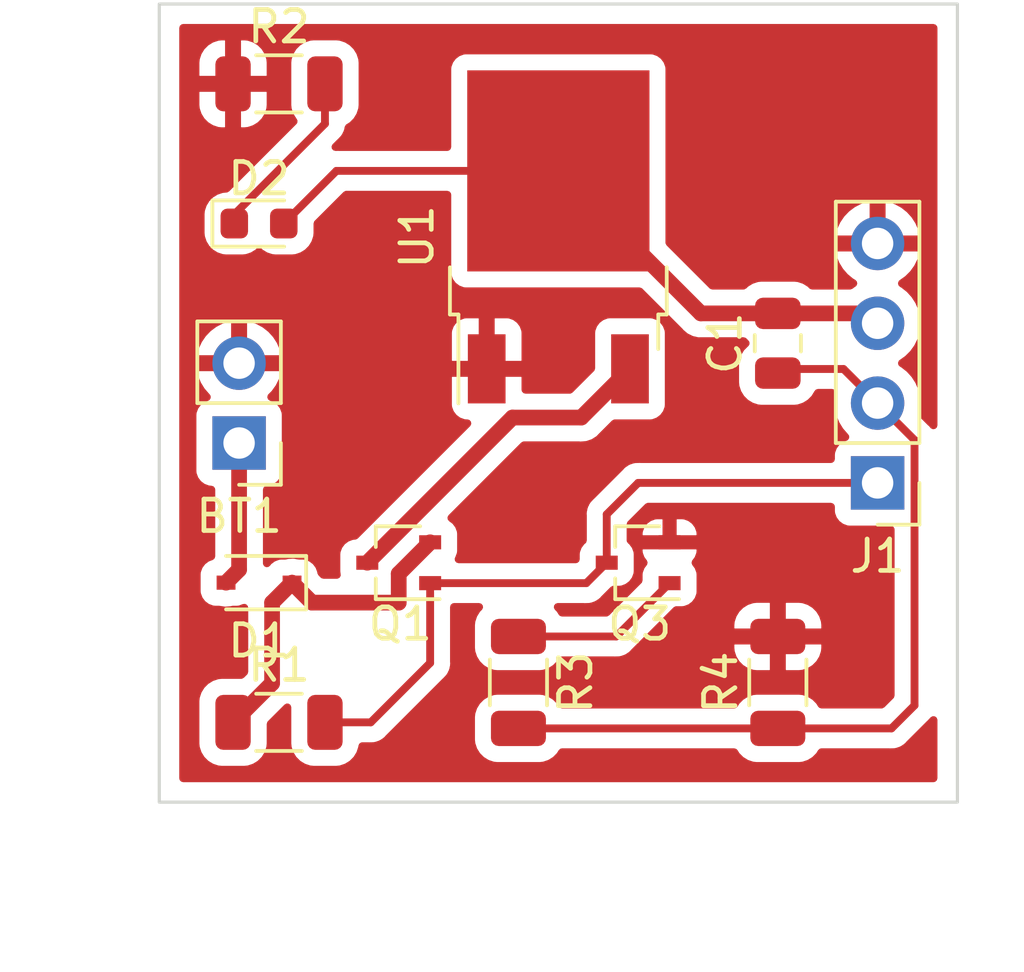
<source format=kicad_pcb>
(kicad_pcb (version 20211014) (generator pcbnew)
  (layers (0 "F.Cu" signal) (31 "B.Cu" signal) (34 "B.Paste" user) (35 "F.Paste" user) (36 "B.SilkS" user "B.Silkscreen") (37 "F.SilkS" user "F.Silkscreen") (38 "B.Mask" user) (39 "F.Mask" user) (44 "Edge.Cuts" user))
  (net 0 "")
  (net 1 "Net-(C1-Pad1)")
  (net 2 "Net-(C1-Pad2)")
  (net 3 "Net-(D2-Pad1)")
  (net 4 "Net-(D1-Pad1)")
  (net 5 "Net-(J1-Pad1)")
  (net 6 "Net-(U1-Pad3)")
  (net 7 "GND")
  (net 8 "Net-(BT1-Pad1)")
  (net 9 "Net-(R3-Pad1)")
  (footprint "Package_TO_SOT_SMD:TO-252-2" (layer "F.Cu") (at 58.42 82.975 90)
    (fp_text reference "U1" (at 0 -4.5 90) (layer "F.SilkS"))
    (fp_text value "AZ1084-5.0")
    (fp_line (start -2.47 -3.18) (end -5.3 -3.18) (layer "F.SilkS") (width 0.12))
    (fp_line (start -0.97 3.45) (end -2.47 3.45) (layer "F.SilkS") (width 0.12))
    (fp_line (start -2.47 3.45) (end -2.47 3.18) (layer "F.SilkS") (width 0.12))
    (fp_line (start -2.47 3.18) (end -3.57 3.18) (layer "F.SilkS") (width 0.12))
    (fp_line (start -0.97 -3.45) (end -2.47 -3.45) (layer "F.SilkS") (width 0.12))
    (fp_line (start -2.47 -3.45) (end -2.47 -3.18) (layer "F.SilkS") (width 0.12))
    (pad "1" smd rect (at -4.2 -2.28 90) (size 2.2 1.2) (layers "F.Cu" "F.Paste" "F.Mask") (net 7 "GND"))
    (pad "2" smd rect (at 2.1 0 90) (size 6.4 5.8) (layers "F.Cu" "F.Mask") (net 2 "Net-(C1-Pad2)"))
    (pad "3" smd rect (at -4.2 2.28 90) (size 2.2 1.2) (layers "F.Cu" "F.Paste" "F.Mask") (net 6 "Net-(U1-Pad3)"))
  )
  (footprint "Connector_PinHeader_2.54mm:PinHeader_1x04_P2.54mm_Vertical" (layer "F.Cu") (at 68.58 90.805 180)
    (fp_text reference "J1" (at 0 -2.33) (layer "F.SilkS"))
    (fp_text value "Conn_01x04")
    (fp_line (start -1.33 0) (end -1.33 -1.33) (layer "F.SilkS") (width 0.12))
    (fp_line (start -1.33 8.95) (end 1.33 8.95) (layer "F.SilkS") (width 0.12))
    (fp_line (start -1.33 1.27) (end 1.33 1.27) (layer "F.SilkS") (width 0.12))
    (fp_line (start -1.33 -1.33) (end 0 -1.33) (layer "F.SilkS") (width 0.12))
    (fp_line (start 1.33 1.27) (end 1.33 8.95) (layer "F.SilkS") (width 0.12))
    (fp_line (start -1.33 1.27) (end -1.33 8.95) (layer "F.SilkS") (width 0.12))
    (pad "1" thru_hole rect (at 0 0 180) (size 1.7 1.7) (drill 1) (layers *.Cu *.Mask) (net 5 "Net-(J1-Pad1)"))
    (pad "2" thru_hole oval (at 0 2.54 180) (size 1.7 1.7) (drill 1) (layers *.Cu *.Mask) (net 1 "Net-(C1-Pad1)"))
    (pad "3" thru_hole oval (at 0 5.08 180) (size 1.7 1.7) (drill 1) (layers *.Cu *.Mask) (net 2 "Net-(C1-Pad2)"))
    (pad "4" thru_hole oval (at 0 7.62 180) (size 1.7 1.7) (drill 1) (layers *.Cu *.Mask) (net 7 "GND"))
  )
  (footprint "Resistor_SMD:R_1206_3216Metric" (layer "F.Cu") (at 57.15 97.155 -90)
    (fp_text reference "R3" (at 0 -1.82 90) (layer "F.SilkS"))
    (fp_text value "100 ohm (CR081000F)")
    (fp_line (start -0.727064 -0.91) (end 0.727064 -0.91) (layer "F.SilkS") (width 0.12))
    (fp_line (start -0.727064 0.91) (end 0.727064 0.91) (layer "F.SilkS") (width 0.12))
    (pad "1" smd roundrect (at -1.4625 0 270) (size 1.125 1.75) (layers "F.Cu" "F.Paste" "F.Mask") (roundrect_rratio 0.2222222222) (net 9 "Net-(R3-Pad1)"))
    (pad "2" smd roundrect (at 1.4625 0 270) (size 1.125 1.75) (layers "F.Cu" "F.Paste" "F.Mask") (roundrect_rratio 0.2222222222) (net 1 "Net-(C1-Pad1)"))
  )
  (footprint "Capacitor_SMD:C_0805_2012Metric" (layer "F.Cu") (at 65.405 86.36 90)
    (fp_text reference "C1" (at 0 -1.68 90) (layer "F.SilkS"))
    (fp_text value "10uf (CL21A106KOQNNNG)")
    (fp_line (start -0.261252 -0.735) (end 0.261252 -0.735) (layer "F.SilkS") (width 0.12))
    (fp_line (start -0.261252 0.735) (end 0.261252 0.735) (layer "F.SilkS") (width 0.12))
    (pad "1" smd roundrect (at -0.95 0 90) (size 1 1.45) (layers "F.Cu" "F.Paste" "F.Mask") (net 1 "Net-(C1-Pad1)"))
    (pad "2" smd roundrect (at 0.95 0 90) (size 1 1.45) (layers "F.Cu" "F.Paste" "F.Mask") (net 2 "Net-(C1-Pad2)"))
  )
  (footprint "Package_TO_SOT_SMD:SOT-323_SC-70" (layer "F.Cu") (at 53.34 93.345 180)
    (fp_text reference "Q1" (at -0.05 -1.95) (layer "F.SilkS"))
    (fp_text value "Q_PMOS_GSD")
    (fp_line (start 0.73 -1.16) (end 0.73 -0.5) (layer "F.SilkS") (width 0.12))
    (fp_line (start -0.68 1.16) (end 0.73 1.16) (layer "F.SilkS") (width 0.12))
    (fp_line (start 0.73 0.5) (end 0.73 1.16) (layer "F.SilkS") (width 0.12))
    (fp_line (start 0.73 -1.16) (end -1.3 -1.16) (layer "F.SilkS") (width 0.12))
    (pad "1" smd rect (at -1 -0.65 90) (size 0.45 0.7) (layers "F.Cu" "F.Paste" "F.Mask") (net 5 "Net-(J1-Pad1)"))
    (pad "2" smd rect (at -1 0.65 90) (size 0.45 0.7) (layers "F.Cu" "F.Paste" "F.Mask") (net 4 "Net-(D1-Pad1)"))
    (pad "3" smd rect (at 1 0 90) (size 0.45 0.7) (layers "F.Cu" "F.Paste" "F.Mask") (net 6 "Net-(U1-Pad3)"))
  )
  (footprint "LED_SMD:LED_0603_1608Metric" (layer "F.Cu") (at 48.895 82.55)
    (fp_text reference "D2" (at 0 -1.43) (layer "F.SilkS"))
    (fp_text value "LED (LEDC1608X80N)")
    (fp_line (start -1.485 0.735) (end 0.8 0.735) (layer "F.SilkS") (width 0.12))
    (fp_line (start 0.8 -0.735) (end -1.485 -0.735) (layer "F.SilkS") (width 0.12))
    (fp_line (start -1.485 -0.735) (end -1.485 0.735) (layer "F.SilkS") (width 0.12))
    (pad "1" smd roundrect (at -0.7875 0) (size 0.875 0.95) (layers "F.Cu" "F.Paste" "F.Mask") (net 3 "Net-(D2-Pad1)"))
    (pad "2" smd roundrect (at 0.7875 0) (size 0.875 0.95) (layers "F.Cu" "F.Paste" "F.Mask") (net 2 "Net-(C1-Pad2)"))
  )
  (footprint "Resistor_SMD:R_1206_3216Metric" (layer "F.Cu") (at 49.53 98.425)
    (fp_text reference "R1" (at 0 -1.82) (layer "F.SilkS"))
    (fp_text value "10k ohm (CR081002F)")
    (fp_line (start -0.727064 -0.91) (end 0.727064 -0.91) (layer "F.SilkS") (width 0.12))
    (fp_line (start -0.727064 0.91) (end 0.727064 0.91) (layer "F.SilkS") (width 0.12))
    (pad "1" smd roundrect (at -1.4625 0) (size 1.125 1.75) (layers "F.Cu" "F.Paste" "F.Mask") (roundrect_rratio 0.2222222222) (net 4 "Net-(D1-Pad1)"))
    (pad "2" smd roundrect (at 1.4625 0) (size 1.125 1.75) (layers "F.Cu" "F.Paste" "F.Mask") (roundrect_rratio 0.2222222222) (net 5 "Net-(J1-Pad1)"))
  )
  (footprint "Resistor_SMD:R_1206_3216Metric" (layer "F.Cu") (at 49.53 78.105)
    (fp_text reference "R2" (at 0 -1.82) (layer "F.SilkS"))
    (fp_text value "1k ohm (CR081001F)")
    (fp_line (start -0.727064 0.91) (end 0.727064 0.91) (layer "F.SilkS") (width 0.12))
    (fp_line (start -0.727064 -0.91) (end 0.727064 -0.91) (layer "F.SilkS") (width 0.12))
    (pad "1" smd roundrect (at -1.4625 0) (size 1.125 1.75) (layers "F.Cu" "F.Paste" "F.Mask") (roundrect_rratio 0.2222222222) (net 7 "GND"))
    (pad "2" smd roundrect (at 1.4625 0) (size 1.125 1.75) (layers "F.Cu" "F.Paste" "F.Mask") (roundrect_rratio 0.2222222222) (net 3 "Net-(D2-Pad1)"))
  )
  (footprint "Connector_PinHeader_2.54mm:PinHeader_1x02_P2.54mm_Vertical" (layer "F.Cu") (at 48.26 89.535 180)
    (fp_text reference "BT1" (at 0 -2.33) (layer "F.SilkS"))
    (fp_text value "Battery")
    (fp_line (start -1.33 1.27) (end 1.33 1.27) (layer "F.SilkS") (width 0.12))
    (fp_line (start -1.33 -1.33) (end 0 -1.33) (layer "F.SilkS") (width 0.12))
    (fp_line (start -1.33 0) (end -1.33 -1.33) (layer "F.SilkS") (width 0.12))
    (fp_line (start -1.33 3.87) (end 1.33 3.87) (layer "F.SilkS") (width 0.12))
    (fp_line (start 1.33 1.27) (end 1.33 3.87) (layer "F.SilkS") (width 0.12))
    (fp_line (start -1.33 1.27) (end -1.33 3.87) (layer "F.SilkS") (width 0.12))
    (pad "1" thru_hole rect (at 0 0 180) (size 1.7 1.7) (drill 1) (layers *.Cu *.Mask) (net 8 "Net-(BT1-Pad1)"))
    (pad "2" thru_hole oval (at 0 2.54 180) (size 1.7 1.7) (drill 1) (layers *.Cu *.Mask) (net 7 "GND"))
  )
  (footprint "Package_TO_SOT_SMD:SOT-323_SC-70" (layer "F.Cu") (at 60.96 93.345 180)
    (fp_text reference "Q3" (at -0.05 -1.95) (layer "F.SilkS"))
    (fp_text value "Q_NMOS_GSD")
    (fp_line (start 0.73 -1.16) (end -1.3 -1.16) (layer "F.SilkS") (width 0.12))
    (fp_line (start -0.68 1.16) (end 0.73 1.16) (layer "F.SilkS") (width 0.12))
    (fp_line (start 0.73 0.5) (end 0.73 1.16) (layer "F.SilkS") (width 0.12))
    (fp_line (start 0.73 -1.16) (end 0.73 -0.5) (layer "F.SilkS") (width 0.12))
    (pad "1" smd rect (at -1 -0.65 90) (size 0.45 0.7) (layers "F.Cu" "F.Paste" "F.Mask") (net 9 "Net-(R3-Pad1)"))
    (pad "2" smd rect (at -1 0.65 90) (size 0.45 0.7) (layers "F.Cu" "F.Paste" "F.Mask") (net 7 "GND"))
    (pad "3" smd rect (at 1 0 90) (size 0.45 0.7) (layers "F.Cu" "F.Paste" "F.Mask") (net 5 "Net-(J1-Pad1)"))
  )
  (footprint "Diode_SMD:D_SOD-323" (layer "F.Cu") (at 48.895 93.98 180)
    (fp_text reference "D1" (at 0 -1.85) (layer "F.SilkS"))
    (fp_text value "CUS10S30,H3F")
    (fp_line (start -1.5 -0.85) (end -1.5 0.85) (layer "F.SilkS") (width 0.12))
    (fp_line (start -1.5 -0.85) (end 1.05 -0.85) (layer "F.SilkS") (width 0.12))
    (fp_line (start -1.5 0.85) (end 1.05 0.85) (layer "F.SilkS") (width 0.12))
    (pad "1" smd rect (at -1.05 0 180) (size 0.6 0.45) (layers "F.Cu" "F.Paste" "F.Mask") (net 4 "Net-(D1-Pad1)"))
    (pad "2" smd rect (at 1.05 0 180) (size 0.6 0.45) (layers "F.Cu" "F.Paste" "F.Mask") (net 8 "Net-(BT1-Pad1)"))
  )
  (footprint "Resistor_SMD:R_1206_3216Metric" (layer "F.Cu") (at 65.405 97.155 90)
    (fp_text reference "R4" (at 0 -1.82 90) (layer "F.SilkS"))
    (fp_text value "100k ohm (CR081023F)")
    (fp_line (start -0.727064 -0.91) (end 0.727064 -0.91) (layer "F.SilkS") (width 0.12))
    (fp_line (start -0.727064 0.91) (end 0.727064 0.91) (layer "F.SilkS") (width 0.12))
    (pad "1" smd roundrect (at -1.4625 0 90) (size 1.125 1.75) (layers "F.Cu" "F.Paste" "F.Mask") (roundrect_rratio 0.2222222222) (net 1 "Net-(C1-Pad1)"))
    (pad "2" smd roundrect (at 1.4625 0 90) (size 1.125 1.75) (layers "F.Cu" "F.Paste" "F.Mask") (roundrect_rratio 0.2222222222) (net 7 "GND"))
  )
  (gr_rect (start 45.72 100.965) (end 71.12 75.565) (layer "Edge.Cuts") (width 0.1) (fill none))
  (segment (start 69.0225 98.6175) (end 69.755 97.885) (width 0.25) (layer "F.Cu") (net 1))
  (segment (start 67.495 87.18) (end 68.58 88.265) (width 0.25) (layer "F.Cu") (net 1))
  (segment (start 69.755 97.885) (end 69.755 89.44) (width 0.25) (layer "F.Cu") (net 1))
  (segment (start 65.405 87.18) (end 67.495 87.18) (width 0.25) (layer "F.Cu") (net 1))
  (segment (start 65.405 98.6175) (end 69.0225 98.6175) (width 0.25) (layer "F.Cu") (net 1))
  (segment (start 69.755 89.44) (end 68.58 88.265) (width 0.25) (layer "F.Cu") (net 1))
  (segment (start 57.15 98.6175) (end 65.405 98.6175) (width 0.25) (layer "F.Cu") (net 1))
  (segment (start 51.3575 80.875) (end 58.42 80.875) (width 0.25) (layer "F.Cu") (net 2))
  (segment (start 62.955 85.41) (end 58.42 80.875) (width 0.5) (layer "F.Cu") (net 2))
  (segment (start 65.405 85.41) (end 62.955 85.41) (width 0.5) (layer "F.Cu") (net 2))
  (segment (start 49.6825 82.55) (end 51.3575 80.875) (width 0.25) (layer "F.Cu") (net 2))
  (segment (start 68.265 85.41) (end 68.58 85.725) (width 0.5) (layer "F.Cu") (net 2))
  (segment (start 65.405 85.41) (end 68.265 85.41) (width 0.5) (layer "F.Cu") (net 2))
  (segment (start 67.945 85.725) (end 68.58 85.725) (width 0.25) (layer "F.Cu") (net 2))
  (segment (start 48.145 82.2225) (end 50.9925 79.375) (width 0.25) (layer "F.Cu") (net 3))
  (segment (start 48.145 82.55) (end 48.145 82.2225) (width 0.25) (layer "F.Cu") (net 3))
  (segment (start 50.9925 79.375) (end 50.9925 78.105) (width 0.25) (layer "F.Cu") (net 3))
  (segment (start 49.945 93.98) (end 50.58 94.615) (width 0.5) (layer "F.Cu") (net 4))
  (segment (start 49.31 97.1825) (end 48.0675 98.425) (width 0.5) (layer "F.Cu") (net 4))
  (segment (start 49.31 94.615) (end 49.31 97.1825) (width 0.5) (layer "F.Cu") (net 4))
  (segment (start 50.58 94.615) (end 53.34 94.615) (width 0.5) (layer "F.Cu") (net 4))
  (segment (start 49.945 93.98) (end 49.31 94.615) (width 0.5) (layer "F.Cu") (net 4))
  (segment (start 53.34 94.615) (end 53.34 93.695) (width 0.5) (layer "F.Cu") (net 4))
  (segment (start 53.34 93.695) (end 54.34 92.695) (width 0.5) (layer "F.Cu") (net 4))
  (segment (start 59.96 91.805) (end 60.96 90.805) (width 0.25) (layer "F.Cu") (net 5))
  (segment (start 52.45 98.425) (end 54.34 96.535) (width 0.25) (layer "F.Cu") (net 5))
  (segment (start 50.9925 98.425) (end 52.45 98.425) (width 0.25) (layer "F.Cu") (net 5))
  (segment (start 59.31 93.995) (end 59.96 93.345) (width 0.25) (layer "F.Cu") (net 5))
  (segment (start 54.34 93.995) (end 59.31 93.995) (width 0.25) (layer "F.Cu") (net 5))
  (segment (start 60.96 90.805) (end 68.58 90.805) (width 0.25) (layer "F.Cu") (net 5))
  (segment (start 59.96 93.345) (end 59.96 91.805) (width 0.25) (layer "F.Cu") (net 5))
  (segment (start 54.34 96.535) (end 54.34 93.995) (width 0.25) (layer "F.Cu") (net 5))
  (segment (start 60.7 87.175) (end 59.15 88.725) (width 0.5) (layer "F.Cu") (net 6))
  (segment (start 59.15 88.725) (end 56.96 88.725) (width 0.5) (layer "F.Cu") (net 6))
  (segment (start 56.96 88.725) (end 52.34 93.345) (width 0.5) (layer "F.Cu") (net 6))
  (segment (start 48.26 89.535) (end 48.26 93.565) (width 0.5) (layer "F.Cu") (net 8))
  (segment (start 48.26 93.565) (end 47.845 93.98) (width 0.5) (layer "F.Cu") (net 8))
  (segment (start 57.15 95.6925) (end 60.2625 95.6925) (width 0.25) (layer "F.Cu") (net 9))
  (segment (start 60.2625 95.6925) (end 61.96 93.995) (width 0.25) (layer "F.Cu") (net 9))
  (zone (net 7) (net_name "GND") (layer "F.Cu") (connect_pads (clearance 0.508)) (min_thickness 0.254) (fill yes (thermal_gap 0.508) (thermal_bridge_width 0.508))
    (polygon (pts (xy 70.485 100.33) (xy 46.355 100.33) (xy 46.355 76.2) (xy 70.485 76.2)))
  )
)
</source>
